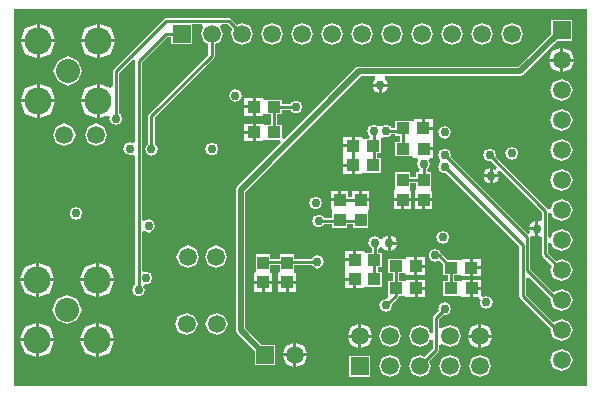
<source format=gbl>
%FSTAX23Y23*%
%MOIN*%
%SFA1B1*%

%IPPOS*%
%ADD10R,0.039370X0.043307*%
%ADD11R,0.043307X0.039370*%
%ADD14R,0.059055X0.059055*%
%ADD23C,0.010000*%
%ADD25C,0.019685*%
%ADD26C,0.030000*%
%ADD27C,0.059055*%
%ADD28C,0.080000*%
%ADD29C,0.090000*%
%ADD30R,0.059055X0.059055*%
%ADD31C,0.010000*%
%LNfpga_radio-1*%
%LPD*%
G36*
X03014Y01498D02*
D01*
X03013Y01496*
X01106*
Y02751*
X01107Y02751*
X03014*
Y01498*
G37*
%LNfpga_radio-2*%
%LPC*%
G36*
X02661Y01849D02*
X02635D01*
Y01825*
X02661*
Y01849*
G37*
G36*
X02476D02*
X0245D01*
Y01825*
X02476*
Y01849*
G37*
G36*
X02235Y01845D02*
X02208D01*
Y0182*
X02235*
Y01845*
G37*
G36*
X01177Y01906D02*
X0114Y01891D01*
X01125Y01854*
X01177*
Y01906*
G37*
G36*
X01387D02*
Y01854D01*
X01439*
X01424Y01891*
X01387Y01906*
G37*
G36*
X01377D02*
X0134Y01891D01*
X01325Y01854*
X01377*
Y01906*
G37*
G36*
X01187D02*
Y01854D01*
X01239*
X01224Y01891*
X01187Y01906*
G37*
G36*
X02044Y01835D02*
X0202D01*
Y01808*
X02044*
Y01835*
G37*
G36*
X01377Y01844D02*
X01325D01*
X0134Y01806*
X01377Y01791*
Y01844*
G37*
G36*
X01239D02*
X01187D01*
Y01791*
X01224Y01806*
X01239Y01844*
G37*
G36*
X01177D02*
X01125D01*
X0114Y01806*
X01177Y01791*
Y01844*
G37*
G36*
X01439D02*
X01387D01*
Y01791*
X01424Y01806*
X01439Y01844*
G37*
G36*
X0201Y01835D02*
X01985D01*
Y01808*
X0201*
Y01835*
G37*
G36*
X01964D02*
X0194D01*
Y01808*
X01964*
Y01835*
G37*
G36*
X0193D02*
X01905D01*
Y01808*
X0193*
Y01835*
G37*
G36*
X02508Y01952D02*
X02493Y01946D01*
X02487Y01931*
X02493Y01915*
X02508Y01909*
X02522Y01915*
X02536Y01901*
Y01865*
X02552*
Y01844*
X02536*
Y01795*
X02589*
X02593*
X02598Y0179*
X02625*
Y0182*
Y01849*
X02598*
Y01844*
X02589*
X02573*
Y01865*
X02589*
X02593*
X02598Y0186*
X02624*
Y01889*
Y01919*
X02598*
Y01914*
X02589*
X02553*
X02529Y01938*
X02526Y01939*
X02524Y01946*
X02508Y01952*
G37*
G36*
X02535Y02011D02*
X02519Y02005D01*
X02513Y0199*
X02519Y01974*
X02535Y01968*
X0255Y01974*
X02556Y0199*
X0255Y02005*
X02535Y02011*
G37*
G36*
X0238Y01966D02*
X0236D01*
Y01946*
X02374Y01952*
X0238Y01966*
G37*
G36*
X02235Y01944D02*
X02208D01*
Y0192*
X02235*
Y01944*
G37*
G36*
X0236Y01996D02*
Y01976D01*
X0238*
X02374Y0199*
X0236Y01996*
G37*
G36*
X01312Y02092D02*
X01296Y02086D01*
X0129Y0207*
X01296Y02055*
X01312Y02049*
X01327Y02055*
X01333Y0207*
X01327Y02086*
X01312Y02092*
G37*
G36*
X02843Y02044D02*
X02829Y02038D01*
X02823Y02024*
X02843*
Y02044*
G37*
G36*
X0235Y01996D02*
X02336Y0199D01*
X02334Y01985*
X02324*
X02323Y01987*
X02308Y01994*
X02292Y01987*
X02286Y01972*
X02292Y01957*
X02297Y01955*
Y01939*
X0228*
X02276*
X02271Y01944*
X02245*
Y01915*
X0224*
Y0191*
X02208*
Y01886*
Y01885*
Y01882*
Y01879*
Y01878*
Y01855*
X0224*
Y0185*
X02245*
Y0182*
X02271*
Y01825*
X0228*
X02333*
Y01874*
X02317*
Y0189*
X02333*
Y01939*
X02318*
Y01951*
X02325Y01958*
X02333*
X02336Y01952*
X0235Y01946*
Y01971*
Y01996*
G37*
G36*
X02039Y01933D02*
X0199D01*
Y01919*
X01959*
Y01933*
X0191*
Y0188*
Y01876*
X01905Y01871*
Y01845*
X01964*
Y01871*
X01959*
Y0188*
Y01897*
X0199*
Y0188*
Y01876*
X01985Y01871*
Y01845*
X02044*
Y01871*
X02039*
Y0188*
Y01897*
X02099*
X02101Y01893*
X02116Y01886*
X02131Y01893*
X02138Y01908*
X02131Y01923*
X02116Y0193*
X02101Y01923*
X02099Y01919*
X02039*
Y01933*
G37*
G36*
X02476Y01889D02*
X02449D01*
Y01865*
X02476*
Y01889*
G37*
G36*
X02439Y01924D02*
X02413D01*
Y01919*
X02404*
X02351*
Y0187*
X02367*
Y01844*
X02351*
Y01795*
X02352Y01791*
X02345Y01784*
X02344Y01785*
X02329Y01778*
X02323Y01763*
X02329Y01748*
X02344Y01741*
X0236Y01748*
X02366Y01763*
X02364Y01767*
X02385Y01789*
X02386Y01791*
X02388Y01795*
X02404*
X02408*
X02413Y0179*
X0244*
Y0182*
Y01849*
X02413*
Y01844*
X02404*
X02388*
Y0187*
X02404*
X02408*
X02413Y01865*
X02439*
Y01894*
Y01924*
G37*
G36*
X02661Y01884D02*
X02634D01*
Y0186*
X02661*
Y01884*
G37*
G36*
X01684Y01963D02*
X01657Y01952D01*
X01646Y01926*
X01657Y01899*
X01684Y01888*
X0171Y01899*
X01721Y01926*
X0171Y01952*
X01684Y01963*
G37*
G36*
X02476Y01924D02*
X02449D01*
Y01899*
X02476*
Y01924*
G37*
G36*
X02661Y01919D02*
X02634D01*
Y01894*
X02661*
Y01919*
G37*
G36*
X01778Y01963D02*
X01752Y01952D01*
X01741Y01926*
X01752Y01899*
X01778Y01888*
X01804Y01899*
X01815Y01926*
X01804Y01952*
X01778Y01963*
G37*
G36*
X02476Y01815D02*
X0245D01*
Y0179*
X02476*
Y01815*
G37*
G36*
X01439Y01644D02*
X01387D01*
Y01591*
X01424Y01606*
X01439Y01644*
G37*
G36*
X01377D02*
X01325D01*
X0134Y01606*
X01377Y01591*
Y01644*
G37*
G36*
X01239D02*
X01187D01*
Y01591*
X01224Y01606*
X01239Y01644*
G37*
G36*
X02036Y01639D02*
X02011Y01628D01*
X02001Y01603*
X02036*
Y01639*
G37*
G36*
X02298Y01656D02*
X02262D01*
Y0162*
X02288Y0163*
X02298Y01656*
G37*
G36*
X02252D02*
X02217D01*
X02227Y0163*
X02252Y0162*
Y01656*
G37*
G36*
X02046Y01639D02*
Y01603D01*
X02082*
X02072Y01628*
X02046Y01639*
G37*
G36*
X01177Y01644D02*
X01125D01*
X0114Y01606*
X01177Y01591*
Y01644*
G37*
G36*
X02657Y01598D02*
X02631Y01587D01*
X0262Y01561*
X02631Y01534*
X02657Y01523*
X02684Y01534*
X02695Y01561*
X02684Y01587*
X02657Y01598*
G37*
G36*
X02557D02*
X02531Y01587D01*
X0252Y01561*
X02531Y01534*
X02557Y01523*
X02584Y01534*
X02595Y01561*
X02584Y01587*
X02557Y01598*
G37*
G36*
X02357D02*
X02331Y01587D01*
X0232Y01561*
X02331Y01534*
X02357Y01523*
X02384Y01534*
X02395Y01561*
X02384Y01587*
X02357Y01598*
G37*
G36*
X02292Y01595D02*
X02223D01*
Y01526*
X02292*
Y01595*
G37*
G36*
X02082Y01593D02*
X02046D01*
Y01557*
X02072Y01568*
X02082Y01593*
G37*
G36*
X02036D02*
X02001D01*
X02011Y01568*
X02036Y01557*
Y01593*
G37*
G36*
X0293Y01618D02*
X02903Y01607D01*
X02892Y01581*
X02903Y01554*
X0293Y01543*
X02956Y01554*
X02967Y01581*
X02956Y01607*
X0293Y01618*
G37*
G36*
X02652Y01656D02*
X02617D01*
X02627Y0163*
X02652Y0162*
Y01656*
G37*
G36*
Y01701D02*
X02627Y01691D01*
X02617Y01666*
X02652*
Y01701*
G37*
G36*
X02262D02*
Y01666D01*
X02298*
X02288Y01691*
X02262Y01701*
G37*
G36*
X02252D02*
X02227Y01691D01*
X02217Y01666*
X02252*
Y01701*
G37*
G36*
X02662D02*
Y01666D01*
X02698*
X02688Y01691*
X02662Y01701*
G37*
G36*
X02661Y01815D02*
X02635D01*
Y0179*
X02655*
X02656Y01788*
X0266Y01782*
X02657Y01773*
X02663Y01758*
X02679Y01751*
X02694Y01758*
X027Y01773*
X02694Y01788*
X02679Y01795*
X02669Y01791*
X02663Y01795*
X02661Y01797*
Y01815*
G37*
G36*
X02541Y01773D02*
X02526Y01767D01*
X02519Y01751*
X02521Y01747*
X02504Y0173*
X025Y01722*
Y01672*
X02491Y0167*
X02484Y01687*
X02457Y01698*
X02431Y01687*
X0242Y01661*
X02431Y01634*
X02457Y01623*
X02484Y01634*
X02491Y01651*
X025Y01649*
Y01619*
X02473Y01591*
X02457Y01598*
X02431Y01587*
X0242Y01561*
X02431Y01534*
X02457Y01523*
X02484Y01534*
X02495Y01561*
X02488Y01576*
X02519Y01607*
X02522Y01614*
Y01632*
X02531Y01634*
X02557Y01623*
X02584Y01634*
X02595Y01661*
X02584Y01687*
X02557Y01698*
X02531Y01687*
X02522Y01689*
Y01717*
X02536Y01732*
X02541Y0173*
X02556Y01736*
X02562Y01751*
X02556Y01767*
X02541Y01773*
G37*
G36*
X01282Y01797D02*
X01248Y01783D01*
X01233Y01749*
X01248Y01714*
X01282Y017*
X01316Y01714*
X01331Y01749*
X01316Y01783*
X01282Y01797*
G37*
G36*
X0178Y01738D02*
X01754Y01727D01*
X01743Y017*
X01754Y01674*
X0178Y01663*
X01806Y01674*
X01817Y017*
X01806Y01727*
X0178Y01738*
G37*
G36*
X01177Y01706D02*
X0114Y01691D01*
X01125Y01654*
X01177*
Y01706*
G37*
G36*
X02357Y01698D02*
X02331Y01687D01*
X0232Y01661*
X02331Y01634*
X02357Y01623*
X02384Y01634*
X02395Y01661*
X02384Y01687*
X02357Y01698*
G37*
G36*
X02698Y01656D02*
X02662D01*
Y0162*
X02688Y0163*
X02698Y01656*
G37*
G36*
X01187Y01706D02*
Y01654D01*
X01239*
X01224Y01691*
X01187Y01706*
G37*
G36*
X0168Y01738D02*
X01653Y01727D01*
X01642Y017*
X01653Y01674*
X0168Y01663*
X01706Y01674*
X01717Y017*
X01706Y01727*
X0168Y01738*
G37*
G36*
X01387Y01706D02*
Y01654D01*
X01439*
X01424Y01691*
X01387Y01706*
G37*
G36*
X01377D02*
X0134Y01691D01*
X01325Y01654*
X01377*
Y01706*
G37*
G36*
X02964Y02715D02*
X02895D01*
Y02669*
X02785Y02559*
X02254*
X02249Y02557*
X02243Y02554*
X02007Y02318*
X01998Y02322*
Y02364*
X01982*
Y024*
X01998*
Y02414*
X02027*
X02029Y02409*
X02045Y02403*
X0206Y02409*
X02066Y02425*
X0206Y0244*
X02045Y02446*
X02029Y0244*
X02027Y02435*
X01998*
Y02449*
X01945*
X01941*
X01936Y02454*
X0191*
Y02425*
Y02395*
X01936*
Y024*
X01945*
X01961*
Y02364*
X01945*
X01941*
X01936Y02369*
X0191*
Y0234*
Y0231*
X01936*
Y02315*
X01945*
X01991*
X01994Y02306*
X01848Y0216*
X01844Y02148*
Y0168*
X01848Y01668*
X01907Y0161*
Y01563*
X01976*
Y01632*
X0193*
X01876Y01686*
Y02141*
X02261Y02527*
X02307*
X02309Y02517*
X02306Y02516*
X023Y02502*
X0235*
X02344Y02516*
X02341Y02517*
X02343Y02527*
X02792*
X02803Y02531*
X02918Y02646*
X02964*
Y02715*
G37*
G36*
X0297Y02576D02*
X02935D01*
Y0254*
X0296Y0255*
X0297Y02576*
G37*
G36*
X02925D02*
X02889D01*
X02899Y0255*
X02925Y0254*
Y02576*
G37*
G36*
Y02621D02*
X02899Y02611D01*
X02889Y02586*
X02925*
Y02621*
G37*
G36*
X01242Y0264D02*
X0119D01*
Y02587*
X01227Y02602*
X01242Y0264*
G37*
G36*
X0118D02*
X01127D01*
X01142Y02602*
X0118Y02587*
Y0264*
G37*
G36*
X02935Y02621D02*
Y02586D01*
X0297*
X0296Y02611*
X02935Y02621*
G37*
G36*
X01285Y02593D02*
X0125Y02579D01*
X01236Y02545*
X0125Y0251*
X01285Y02496*
X01319Y0251*
X01333Y02545*
X01319Y02579*
X01285Y02593*
G37*
G36*
X0118Y02502D02*
X01142Y02487D01*
X01127Y0245*
X0118*
Y02502*
G37*
G36*
X0293Y02518D02*
X02903Y02507D01*
X02892Y02481*
X02903Y02454*
X0293Y02443*
X02956Y02454*
X02967Y02481*
X02956Y02507*
X0293Y02518*
G37*
G36*
X01842Y02484D02*
X01827Y02477D01*
X0182Y02462*
X01827Y02447*
X01842Y0244*
X01857Y02447*
X01864Y02462*
X01857Y02477*
X01842Y02484*
G37*
G36*
X0119Y02502D02*
Y0245D01*
X01242*
X01227Y02487*
X0119Y02502*
G37*
G36*
X0235Y02492D02*
X0233D01*
Y02472*
X02344Y02477*
X0235Y02492*
G37*
G36*
X0232D02*
X023D01*
X02306Y02477*
X0232Y02472*
Y02492*
G37*
G36*
X0138Y02502D02*
X01342Y02487D01*
X01327Y0245*
X0138*
Y02502*
G37*
G36*
Y0264D02*
X01327D01*
X01342Y02602*
X0138Y02587*
Y0264*
G37*
G36*
X0118Y02702D02*
X01142Y02687D01*
X01127Y0265*
X0118*
Y02702*
G37*
G36*
X02764Y02705D02*
X02737Y02694D01*
X02727Y02668*
X02737Y02641*
X02764Y0263*
X0279Y02641*
X02801Y02668*
X0279Y02694*
X02764Y02705*
G37*
G36*
X02664D02*
X02637Y02694D01*
X02627Y02668*
X02637Y02641*
X02664Y0263*
X0269Y02641*
X02701Y02668*
X0269Y02694*
X02664Y02705*
G37*
G36*
X0119Y02702D02*
Y0265D01*
X01242*
X01227Y02687*
X0119Y02702*
G37*
G36*
X01821Y02721D02*
D01*
X01612*
X01608Y0272*
X01604Y02718*
X01437Y02551*
X01434Y02543*
Y02493*
X01425Y02487*
X0139Y02502*
Y02445*
Y02387*
X01419Y02399*
X01426Y02392*
X01423Y02385*
X01429Y0237*
X01445Y02363*
X0146Y0237*
X01466Y02385*
X0146Y024*
X01455Y02402*
Y02538*
X01501Y02584*
X0151Y02579*
X01509Y02577*
Y02308*
X015Y02303*
X01491Y02307*
X01475Y023*
X01469Y02285*
X01475Y0227*
X01491Y02263*
X015Y02267*
X01509Y02262*
Y01832*
X01504Y0183*
X01498Y01815*
X01504Y01799*
X0152Y01793*
X01535Y01799*
X01541Y01815*
X01536Y01826*
X01543Y01833*
X01545Y01833*
X0156Y01839*
X01566Y01855*
X0156Y0187*
X01545Y01876*
X01539Y01874*
X0153Y01879*
Y02007*
X01539Y02013*
X01554Y02006*
X01569Y02013*
X01575Y02028*
X01569Y02043*
X01554Y0205*
X01539Y02043*
X0153Y02049*
Y02572*
X01615Y02657*
X01629*
Y02633*
X01698*
Y027*
X01731*
X01736Y02691*
X01727Y02668*
X01737Y02641*
X01753Y02635*
Y02599*
X01556Y02402*
X01553Y02394*
Y02301*
X01548Y02299*
X01542Y02284*
X01548Y02269*
X01563Y02262*
X01579Y02269*
X01585Y02284*
X01579Y02299*
X01574Y02301*
Y0239*
X01772Y02587*
X01772Y02589*
X01775Y02595*
Y02635*
X0179Y02641*
X01801Y02668*
X01792Y02691*
X01797Y027*
X01817*
X01833Y02683*
X01827Y02668*
X01837Y02641*
X01864Y0263*
X0189Y02641*
X01901Y02668*
X0189Y02694*
X01864Y02705*
X01848Y02699*
X01829Y02718*
X01821Y02721*
G37*
G36*
X0139Y02702D02*
Y0265D01*
X01442*
X01427Y02687*
X0139Y02702*
G37*
G36*
X0138D02*
X01342Y02687D01*
X01327Y0265*
X0138*
Y02702*
G37*
G36*
X02564Y02705D02*
X02537Y02694D01*
X02527Y02668*
X02537Y02641*
X02564Y0263*
X0259Y02641*
X02601Y02668*
X0259Y02694*
X02564Y02705*
G37*
G36*
X02064D02*
X02037Y02694D01*
X02027Y02668*
X02037Y02641*
X02064Y0263*
X0209Y02641*
X02101Y02668*
X0209Y02694*
X02064Y02705*
G37*
G36*
X01964D02*
X01937Y02694D01*
X01927Y02668*
X01937Y02641*
X01964Y0263*
X0199Y02641*
X02001Y02668*
X0199Y02694*
X01964Y02705*
G37*
G36*
X01442Y0264D02*
X0139D01*
Y02587*
X01427Y02602*
X01442Y0264*
G37*
G36*
X02164Y02705D02*
X02137Y02694D01*
X02127Y02668*
X02137Y02641*
X02164Y0263*
X0219Y02641*
X02201Y02668*
X0219Y02694*
X02164Y02705*
G37*
G36*
X02464D02*
X02437Y02694D01*
X02427Y02668*
X02437Y02641*
X02464Y0263*
X0249Y02641*
X02501Y02668*
X0249Y02694*
X02464Y02705*
G37*
G36*
X02364D02*
X02337Y02694D01*
X02327Y02668*
X02337Y02641*
X02364Y0263*
X0239Y02641*
X02401Y02668*
X0239Y02694*
X02364Y02705*
G37*
G36*
X02264D02*
X02237Y02694D01*
X02227Y02668*
X02237Y02641*
X02264Y0263*
X0229Y02641*
X02301Y02668*
X0229Y02694*
X02264Y02705*
G37*
G36*
X019Y02454D02*
X01873D01*
Y0243*
X019*
Y02454*
G37*
G36*
X0272Y0219D02*
X027D01*
Y0217*
X02714Y02175*
X0272Y0219*
G37*
G36*
X0269D02*
X0267D01*
X02675Y02175*
X0269Y0217*
Y0219*
G37*
G36*
X0293Y02218D02*
X02903Y02207D01*
X02892Y02181*
X02903Y02154*
X0293Y02143*
X02956Y02154*
X02967Y02181*
X02956Y02207*
X0293Y02218*
G37*
G36*
X0269Y0222D02*
X02675Y02214D01*
X0267Y022*
X0269*
Y0222*
G37*
G36*
X0293Y02318D02*
X02903Y02307D01*
X02892Y02281*
X02903Y02254*
X0293Y02243*
X02956Y02254*
X02967Y02281*
X02956Y02307*
X0293Y02318*
G37*
G36*
X0269Y02286D02*
X02674Y0228D01*
X02668Y02265*
X02674Y02249*
X0269Y02243*
X02694Y02245*
X02715Y02224*
X02712Y02219*
X02709Y02215*
X027Y0222*
Y022*
X0272*
X02715Y02209*
X02719Y02212*
X02724Y02215*
X02864Y02075*
Y02049*
X02856Y02043*
X02853Y02044*
Y02019*
Y01994*
X02856Y01995*
X02864Y0199*
Y01934*
X02867Y01926*
X02898Y01895*
X02892Y01881*
X02903Y01854*
X0293Y01843*
X02956Y01854*
X02967Y01881*
X02956Y01907*
X0293Y01918*
X02913Y01911*
X02886Y01939*
Y01971*
X02896Y01972*
X02903Y01954*
X0293Y01943*
X02956Y01954*
X02967Y01981*
X02956Y02007*
X0293Y02018*
X02903Y02007*
X02896Y01989*
X02886Y01991*
Y02071*
X02896Y02072*
X02903Y02054*
X0293Y02043*
X02956Y02054*
X02967Y02081*
X02956Y02107*
X0293Y02118*
X02903Y02107*
X02894Y02084*
X02884*
X02884Y02084*
X02883Y02087*
X02709Y0226*
X02711Y02265*
X02705Y0228*
X0269Y02286*
G37*
G36*
X0223Y02225D02*
X02203D01*
Y022*
X0223*
Y02225*
G37*
G36*
X02255Y02146D02*
X0223D01*
Y02125*
X02219*
Y02146*
X02195*
Y02115*
X0219*
Y0211*
X0216*
Y02083*
X02165*
Y02074*
Y02055*
X02137*
X02135Y0206*
X0212Y02066*
X02104Y0206*
X02098Y02045*
X02104Y02029*
X0212Y02023*
X02135Y02029*
X02137Y02034*
X02165*
Y02021*
X02214*
Y02034*
X02235*
Y02021*
X02284*
Y02074*
Y02078*
X02289Y02083*
Y0211*
X0226*
Y02115*
X02255*
Y02146*
G37*
G36*
X02465Y0211D02*
X0244D01*
Y02083*
X02465*
Y0211*
G37*
G36*
X02429D02*
X02405D01*
Y02083*
X02429*
Y0211*
G37*
G36*
X02395D02*
X0237D01*
Y02083*
X02395*
Y0211*
G37*
G36*
X02499D02*
X02475D01*
Y02083*
X02499*
Y0211*
G37*
G36*
X02289Y02146D02*
X02265D01*
Y0212*
X02289*
Y02146*
G37*
G36*
X02185D02*
X0216D01*
Y0212*
X02185*
Y02146*
G37*
G36*
X0211Y02126D02*
X02094Y0212D01*
X02088Y02105*
X02094Y02089*
X0211Y02083*
X02125Y02089*
X02131Y02105*
X02125Y0212*
X0211Y02126*
G37*
G36*
X02765Y02291D02*
X02749Y02285D01*
X02743Y0227*
X02749Y02254*
X02765Y02248*
X0278Y02254*
X02786Y0227*
X0278Y02285*
X02765Y02291*
G37*
G36*
X02501Y02383D02*
X02474D01*
Y02358*
X02501*
Y02383*
G37*
G36*
X02464D02*
X02437D01*
Y02378*
X02429*
X02375*
Y02355*
X02362*
X0236Y0236*
X02345Y02366*
X02329Y0236*
X0232*
X02305Y02366*
X02289Y0236*
X02283Y02345*
X02289Y02329*
X0229Y02329*
X02288Y02319*
X02275*
X02271*
X02266Y02324*
X0224*
Y02295*
X02235*
Y0229*
X02203*
Y02265*
Y02259*
Y02235*
X02235*
Y0223*
X0224*
Y022*
X02266*
Y02205*
X02275*
X02328*
Y02254*
X02315*
Y0227*
X02328*
Y02319*
X02329Y02322*
X02338Y02325*
X02345Y02323*
X0236Y02329*
X02362Y02334*
X02375*
Y02328*
X02392*
Y02309*
X02376*
Y0226*
X02429*
X02433*
X02438Y02255*
X02447*
X02453Y02247*
X02448Y02235*
X02454Y02219*
X02457Y02218*
X02455Y02208*
X02445*
Y02192*
X02424*
Y02208*
X02375*
Y02155*
Y02151*
X0237Y02146*
Y0212*
X02429*
Y02146*
X02424*
Y02155*
Y02171*
X02445*
Y02155*
Y02151*
X0244Y02146*
Y0212*
X02499*
Y02146*
X02494*
Y02155*
Y02208*
X02484*
X02482Y02218*
X02485Y02219*
X02491Y02235*
X02486Y02247*
X02492Y02255*
X02501*
Y0228*
X0247*
Y0229*
X02501*
Y02314*
X02501*
Y02323*
Y02348*
X02469*
Y02353*
X02464*
Y02383*
G37*
G36*
X019Y02369D02*
X01873D01*
Y02345*
X019*
Y02369*
G37*
G36*
X0118Y0244D02*
X01127D01*
X01142Y02402*
X0118Y02387*
Y0244*
G37*
G36*
X019Y0242D02*
X01873D01*
Y02395*
X019*
Y0242*
G37*
G36*
X0138Y0244D02*
X01327D01*
X01342Y02402*
X0138Y02387*
Y0244*
G37*
G36*
X01242D02*
X0119D01*
Y02387*
X01227Y02402*
X01242Y0244*
G37*
G36*
X0293Y02418D02*
X02903Y02407D01*
X02892Y02381*
X02903Y02354*
X0293Y02343*
X02956Y02354*
X02967Y02381*
X02956Y02407*
X0293Y02418*
G37*
G36*
X01272Y0237D02*
X01246Y02359D01*
X01235Y02332*
X01246Y02306*
X01272Y02295*
X01299Y02306*
X0131Y02332*
X01299Y02359*
X01272Y0237*
G37*
G36*
X01765Y02306D02*
X01749Y023D01*
X01743Y02285*
X01749Y02269*
X01765Y02263*
X0178Y02269*
X01786Y02285*
X0178Y023*
X01765Y02306*
G37*
G36*
X0254Y02286D02*
X02524Y0228D01*
X02518Y02265*
X02524Y02249*
Y0224*
X02518Y02225*
X02524Y02209*
X0254Y02203*
X02544Y02205*
X02789Y0196*
Y01795*
X02792Y01787*
X02894Y01685*
X02892Y01681*
X02903Y01654*
X0293Y01643*
X02956Y01654*
X02967Y01681*
X02956Y01707*
X0293Y01718*
X02903Y01707*
X02902Y01707*
X0281Y01799*
Y01855*
X0282Y01859*
X02894Y01785*
X02892Y01781*
X02903Y01754*
X0293Y01743*
X02956Y01754*
X02967Y01781*
X02956Y01807*
X0293Y01818*
X02903Y01807*
X02902Y01807*
X02825Y01884*
Y0199*
X02824Y01992*
X02831Y01999*
X02843Y01994*
Y02014*
X02823*
X02826Y02007*
X02817Y02002*
X02559Y0226*
X02561Y02265*
X02555Y0228*
X0254Y02286*
G37*
G36*
X01378Y0237D02*
X01352Y02359D01*
X01341Y02332*
X01352Y02306*
X01378Y02295*
X01405Y02306*
X01416Y02332*
X01405Y02359*
X01378Y0237*
G37*
G36*
X0254Y02361D02*
X02524Y02355D01*
X02518Y0234*
X02524Y02324*
X0254Y02318*
X02555Y02324*
X02561Y0234*
X02555Y02355*
X0254Y02361*
G37*
G36*
X019Y02335D02*
X01873D01*
Y0231*
X019*
Y02335*
G37*
G36*
X0223Y02324D02*
X02203D01*
Y023*
X0223*
Y02324*
G37*
%LNfpga_radio-3*%
%LPD*%
G54D10*
X024Y02115D03*
Y02181D03*
X0247Y02115D03*
Y02181D03*
X01935Y0184D03*
Y01906D03*
X02015Y0184D03*
Y01906D03*
X0219Y02115D03*
Y02048D03*
X0226Y02115D03*
Y02048D03*
G54D11*
X0247Y02285D03*
X02403D03*
X02469Y02353D03*
X02402D03*
X02235Y0223D03*
X02301D03*
X02235Y02295D03*
X02301D03*
X02629Y01889D03*
X02562D03*
X0263Y0182D03*
X02563D03*
X02444Y01894D03*
X02377D03*
X02445Y0182D03*
X02378D03*
X0224Y01915D03*
X02306D03*
X0224Y0185D03*
X02306D03*
X01905Y0234D03*
X01971D03*
X01905Y02425D03*
X01971D03*
G54D14*
X02257Y01561D03*
X01941Y01598D03*
X01664Y02668D03*
G54D23*
X02457Y01561D02*
X02511Y01614D01*
Y01722*
X02541Y01751*
X02308Y01916D02*
Y01972D01*
X0247Y02235D02*
X02475D01*
X0247Y02181D02*
Y02235D01*
X0219Y02115D02*
X0226D01*
X02235Y0223D02*
Y02295D01*
X024Y02181D02*
X0247D01*
X02815Y0188D02*
Y0199D01*
X02875Y01934D02*
X0293Y0188D01*
X02875Y01934D02*
Y02079D01*
X028Y01795D02*
Y01965D01*
X0254Y02225D02*
X028Y01965D01*
X0254Y02265D02*
X02815Y0199D01*
X0269Y02265D02*
X02875Y02079D01*
X02403Y02285D02*
Y02345D01*
X02345D02*
X02403D01*
X02305Y02233D02*
Y02345D01*
X02301Y0223D02*
X02305Y02233D01*
X02344Y01763D02*
X02378Y01796D01*
Y0182*
Y01894*
X02306Y0185D02*
Y01915D01*
X01936Y01908D02*
X02116D01*
X01935Y01906D02*
X01936Y01908D01*
X01971Y0234D02*
Y02425D01*
X02045*
X0212Y02045D02*
X02258D01*
X02508Y01931D02*
X02521D01*
X02562Y01889*
X02563Y0182D02*
Y01891D01*
X01563Y02284D02*
Y02394D01*
X01764Y02595*
Y02668*
X01611D02*
X01664D01*
X0152Y02577D02*
X01611Y02668D01*
X0152Y01815D02*
Y02577D01*
X01821Y0271D02*
X01864Y02668D01*
X01612Y0271D02*
X01821D01*
X01445Y02543D02*
X01612Y0271D01*
X01445Y02385D02*
Y02543D01*
X028Y01795D02*
X02915Y0168D01*
X0293*
X02815Y0188D02*
X02915Y0178D01*
X0293*
G54D25*
X0186Y0168D02*
X01941Y01598D01*
X0186Y0168D02*
Y02148D01*
X02254Y02543*
X02792*
X0293Y02681*
G54D26*
X02541Y01751D03*
X02355Y01971D03*
X02679Y01773D03*
X0247Y02235D03*
X01445Y02385D03*
X02695Y02195D03*
X02848Y02019D03*
X0211Y02105D03*
X02535Y0199D03*
X02765Y0227D03*
X0254Y0234D03*
X01545Y01855D03*
X01554Y02028D03*
X01842Y02462D03*
X01765Y02285D03*
X0152Y01815D03*
X0254Y02225D03*
Y02265D03*
X0269D03*
X02345Y02345D03*
X02305D03*
X02508Y01931D03*
X02344Y01763D03*
X02308Y01972D03*
X02045Y02425D03*
X02116Y01908D03*
X0212Y02045D03*
X01491Y02285D03*
X01312Y0207D03*
X01563Y02284D03*
X02325Y02497D03*
G54D27*
X02657Y01661D03*
Y01561D03*
X02557Y01661D03*
Y01561D03*
X02457Y01661D03*
Y01561D03*
X02357Y01661D03*
Y01561D03*
X02257Y01661D03*
X01272Y02332D03*
X0178Y017D03*
X01778Y01926D03*
X02041Y01598D03*
X01378Y02332D03*
X01764Y02668D03*
X01864D03*
X01964D03*
X02064D03*
X02164D03*
X02264D03*
X02364D03*
X02464D03*
X02564D03*
X02664D03*
X02764D03*
X0293Y02581D03*
Y02481D03*
Y02381D03*
Y02281D03*
Y02181D03*
Y02081D03*
Y01981D03*
Y01881D03*
Y01781D03*
Y01681D03*
Y01581D03*
X01684Y01926D03*
X0168Y017D03*
G54D28*
X01282Y01749D03*
X01285Y02545D03*
G54D29*
X01182Y01849D03*
X01382D03*
Y01649D03*
X01182D03*
X01185Y02645D03*
X01385D03*
Y02445D03*
X01185D03*
G54D30*
X0293Y02681D03*
G54D31*
X02811Y01736D03*
X02852Y01653D03*
X02811Y0157D03*
X02728Y01736D03*
X02769Y01653D03*
X02645Y02397D03*
Y01736D03*
X02562Y02066D03*
X02521Y02149D03*
X0248Y02066D03*
Y01736D03*
X02438Y0248D03*
X02397Y02232D03*
Y02066D03*
X02438Y01984D03*
X02356Y02149D03*
X02314Y02066D03*
X02273Y01984D03*
X02232Y01736D03*
X02149Y02232D03*
X0219Y01984D03*
X02149Y01736D03*
X0219Y01653D03*
X02149Y0157D03*
X02108Y02645D03*
Y02314D03*
Y02149D03*
Y01984D03*
X02066Y01736D03*
X02108Y01653D03*
X02025D03*
X01818Y02562D03*
Y02397D03*
Y01736D03*
X01777Y0248D03*
Y02149D03*
X01653Y02562D03*
X01694Y0248D03*
Y01653D03*
X0157Y02232D03*
X01612Y02149D03*
X0157Y01901D03*
X01488Y02066D03*
Y01901D03*
X01529Y01653D03*
X01405Y02232D03*
Y02066D03*
X01446Y01984D03*
Y01818D03*
X01405Y0157D03*
X01322Y02397D03*
X01364Y02149D03*
Y01984D03*
X01322Y01901D03*
Y0157D03*
X01281Y02645D03*
Y0248D03*
X0124Y02066D03*
Y01901D03*
X01281Y01818D03*
Y01653D03*
X0124Y0157D03*
X01157Y02562D03*
X01198Y02314D03*
X01157Y02232D03*
X01198Y02149D03*
X01157Y02066D03*
Y01736D03*
Y0157D03*
M02*
</source>
